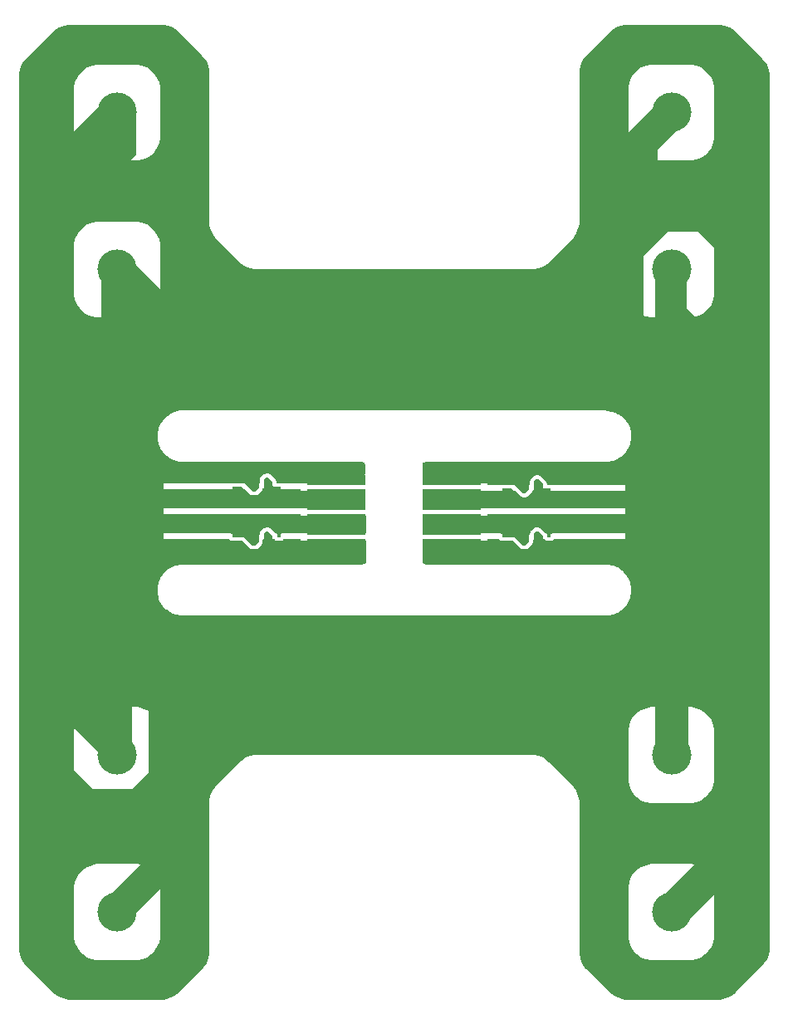
<source format=gtl>
G04*
G04 #@! TF.GenerationSoftware,Altium Limited,Altium Designer,20.2.6 (244)*
G04*
G04 Layer_Physical_Order=1*
G04 Layer_Color=255*
%FSLAX44Y44*%
%MOMM*%
G71*
G04*
G04 #@! TF.SameCoordinates,16E07C71-212E-40B3-9EE3-4B1C9690829F*
G04*
G04*
G04 #@! TF.FilePolarity,Positive*
G04*
G01*
G75*
%ADD10C,4.0000*%
%ADD12R,0.5000X0.5000*%
%ADD15R,6.0000X1.0000*%
G36*
X1091394Y1028524D02*
X1096016Y1026609D01*
X1100176Y1023829D01*
X1101945Y1022060D01*
X1101945Y1022060D01*
X1129586Y994420D01*
X1131355Y992651D01*
X1134135Y988491D01*
X1136049Y983868D01*
X1137026Y978961D01*
Y976459D01*
Y88541D01*
Y86039D01*
X1136049Y81132D01*
X1134135Y76509D01*
X1131355Y72349D01*
X1129586Y70580D01*
X1129586D01*
X1129586Y70580D01*
X1101945Y42940D01*
X1100176Y41171D01*
X1096016Y38391D01*
X1091394Y36476D01*
X1086486Y35500D01*
X989545D01*
X984638Y36476D01*
X980015Y38391D01*
X975855Y41171D01*
X974086Y42940D01*
X950215Y66811D01*
X948446Y68580D01*
X945666Y72740D01*
X943752Y77362D01*
X942776Y82269D01*
Y84771D01*
Y236229D01*
X942653Y238719D01*
X941682Y243602D01*
X939776Y248202D01*
X937010Y252343D01*
X935336Y254189D01*
X935336Y254189D01*
X911965Y277561D01*
X910118Y279234D01*
X905978Y282001D01*
X901378Y283906D01*
X896494Y284878D01*
X894005Y285000D01*
X614271D01*
X611781Y284878D01*
X606898Y283906D01*
X602298Y282001D01*
X598157Y279234D01*
X596311Y277561D01*
X596311Y277561D01*
Y277561D01*
X572939Y254189D01*
X571265Y252342D01*
X568499Y248202D01*
X566594Y243602D01*
X565622Y238719D01*
X565500Y236229D01*
Y84771D01*
Y82269D01*
X564524Y77362D01*
X562609Y72740D01*
X559829Y68580D01*
X558060Y66810D01*
X558060D01*
X558060Y66810D01*
X534189Y42940D01*
X532421Y41171D01*
X528260Y38391D01*
X523638Y36476D01*
X518731Y35500D01*
X421789D01*
X416882Y36476D01*
X412259Y38391D01*
X408099Y41171D01*
X406330Y42940D01*
X378689Y70580D01*
X376921Y72349D01*
X374141Y76509D01*
X372226Y81132D01*
X371250Y86039D01*
Y88541D01*
Y976459D01*
Y978961D01*
X372226Y983868D01*
X374141Y988491D01*
X376921Y992651D01*
X378689Y994420D01*
Y994420D01*
X406330Y1022060D01*
X408099Y1023829D01*
X412259Y1026609D01*
X416882Y1028524D01*
X421789Y1029500D01*
X518731D01*
X523638Y1028524D01*
X528260Y1026609D01*
X532421Y1023829D01*
X534189Y1022060D01*
X534189Y1022060D01*
X558060Y998189D01*
X559829Y996421D01*
X562609Y992260D01*
X564524Y987638D01*
X565500Y982731D01*
Y980229D01*
Y828771D01*
X565622Y826281D01*
X566594Y821398D01*
X568499Y816798D01*
X571265Y812657D01*
X572939Y810810D01*
X596311Y787439D01*
X598158Y785766D01*
X602298Y782999D01*
X606898Y781094D01*
X611781Y780122D01*
X614271Y780000D01*
X894005D01*
X896494Y780122D01*
X901378Y781094D01*
X905978Y782999D01*
X910118Y785766D01*
X911965Y787439D01*
X911965D01*
X935336Y810810D01*
X937010Y812657D01*
X939776Y816798D01*
X941682Y821398D01*
X942653Y826281D01*
X942776Y828771D01*
Y980229D01*
Y982731D01*
X943752Y987638D01*
X945666Y992260D01*
X948446Y996421D01*
X950215Y998189D01*
Y998189D01*
X974086Y1022060D01*
X975855Y1023829D01*
X980015Y1026609D01*
X984638Y1028524D01*
X989545Y1029500D01*
X1086486D01*
X1091394Y1028524D01*
D02*
G37*
%LPC*%
G36*
X1057352Y988650D02*
X1015598D01*
X1010691Y987674D01*
X1006069Y985759D01*
X1001908Y982979D01*
X998371Y979442D01*
X995591Y975281D01*
X993676Y970659D01*
X992700Y965752D01*
Y963250D01*
Y942501D01*
X992670Y942471D01*
X992670D01*
Y919920D01*
X1025250Y952500D01*
X1053169Y933807D01*
X1053293Y932543D01*
X1022750Y902000D01*
Y890858D01*
X1057352D01*
X1062259Y891834D01*
X1066881Y893749D01*
X1071041Y896528D01*
X1074579Y900066D01*
X1077359Y904227D01*
X1079274Y908849D01*
X1080250Y913756D01*
Y916258D01*
Y963250D01*
Y965752D01*
X1079274Y970659D01*
X1077359Y975281D01*
X1074579Y979442D01*
X1071041Y982979D01*
X1066881Y985759D01*
X1062259Y987674D01*
X1057352Y988650D01*
D02*
G37*
G36*
X492352D02*
X450598D01*
X445691Y987674D01*
X441069Y985759D01*
X436908Y982979D01*
X433371Y979442D01*
X430591Y975281D01*
X428676Y970659D01*
X427700Y965752D01*
Y963250D01*
Y942501D01*
X427670Y942471D01*
X427670D01*
Y920670D01*
X463000Y956000D01*
X491000Y940000D01*
Y897000D01*
X484858Y890858D01*
X492352D01*
X497259Y891834D01*
X501881Y893749D01*
X506041Y896528D01*
X509579Y900066D01*
X512359Y904227D01*
X514274Y908849D01*
X515250Y913756D01*
Y916258D01*
Y963250D01*
Y965752D01*
X514274Y970659D01*
X512359Y975281D01*
X509579Y979442D01*
X506041Y982979D01*
X501881Y985759D01*
X497259Y987674D01*
X492352Y988650D01*
D02*
G37*
G36*
Y828650D02*
X450598D01*
X445691Y827674D01*
X441069Y825759D01*
X436908Y822979D01*
X433371Y819442D01*
X430591Y815281D01*
X428676Y810659D01*
X427700Y805752D01*
Y803250D01*
Y782501D01*
X427670Y782471D01*
X427670D01*
Y756258D01*
Y753756D01*
X428646Y748849D01*
X430561Y744227D01*
X433340Y740066D01*
X436878Y736528D01*
X441038Y733749D01*
X445661Y731834D01*
X450568Y730858D01*
X455500D01*
Y788500D01*
X485000Y790500D01*
X515250Y760250D01*
Y803250D01*
Y805752D01*
X514274Y810659D01*
X512359Y815281D01*
X509579Y819442D01*
X506041Y822979D01*
X501881Y825759D01*
X497259Y827674D01*
X492352Y828650D01*
D02*
G37*
G36*
X1032426Y818273D02*
X1008061Y793908D01*
Y732911D01*
X1010661Y731834D01*
X1015568Y730858D01*
X1019853D01*
Y785644D01*
X1051374Y786792D01*
X1052289Y785910D01*
Y740362D01*
X1061056Y731595D01*
X1062259Y731834D01*
X1066881Y733749D01*
X1071041Y736528D01*
X1074579Y740066D01*
X1077359Y744227D01*
X1079274Y748849D01*
X1080250Y753756D01*
Y756258D01*
Y801866D01*
X1063843Y818273D01*
X1032426Y818273D01*
D02*
G37*
G36*
X538752Y636094D02*
X538751Y636094D01*
X538750Y636094D01*
X536800D01*
X536209Y635977D01*
X535606D01*
X531782Y635216D01*
X531225Y634985D01*
X530634Y634868D01*
X527031Y633375D01*
X526530Y633041D01*
X525973Y632810D01*
X525440Y632453D01*
D01*
X522730Y630643D01*
D01*
X522304Y630217D01*
X521803Y629882D01*
D01*
X520425Y628503D01*
X520424Y628503D01*
X519685Y627764D01*
Y627764D01*
X519685Y627764D01*
X519685Y627764D01*
X519685Y627764D01*
X518434Y626513D01*
X518099Y626012D01*
X517673Y625586D01*
X515708Y622644D01*
X515477Y622088D01*
X515142Y621586D01*
X513788Y618318D01*
X513671Y617727D01*
X513440Y617170D01*
X512750Y613700D01*
Y613098D01*
X512632Y612507D01*
Y607159D01*
X512750Y606568D01*
Y605966D01*
D01*
X513439Y602503D01*
X513669Y601946D01*
X513787Y601355D01*
X515138Y598093D01*
X515473Y597592D01*
X515703Y597035D01*
X517665Y594100D01*
X518091Y593674D01*
X518426Y593173D01*
X519674Y591924D01*
X519674Y591924D01*
X519674Y591924D01*
X521166Y590433D01*
X521667Y590098D01*
X522093Y589672D01*
X525601Y587328D01*
X526158Y587097D01*
X526659Y586762D01*
X530556Y585148D01*
X531147Y585030D01*
X531704Y584800D01*
X535842Y583977D01*
X536445D01*
X537036Y583859D01*
X719850D01*
X721148Y583795D01*
X723838Y583260D01*
X724113Y583147D01*
Y565735D01*
X720258Y561880D01*
X658976D01*
Y561879D01*
X639453D01*
X639426Y561897D01*
X639426Y561897D01*
X639425Y561897D01*
X638641Y562053D01*
X637865Y562208D01*
X637864D01*
Y562130D01*
X635365Y562130D01*
X635287Y562208D01*
X634193Y562208D01*
Y563131D01*
X634116Y563518D01*
X633882Y564691D01*
X633882Y564691D01*
Y564691D01*
X633438Y565357D01*
X632999Y566015D01*
X628500Y570513D01*
X628500Y570513D01*
X628500Y570513D01*
X628500Y570513D01*
X627937Y570889D01*
X627177Y571397D01*
X627177Y571397D01*
X627177Y571397D01*
X626272Y571577D01*
X625616Y571708D01*
X625616D01*
X625616Y571708D01*
X625616Y571708D01*
X622865Y571708D01*
X622865Y571708D01*
X622865Y571708D01*
X622064Y571549D01*
X621304Y571398D01*
X621304Y571398D01*
X621304Y571398D01*
X620639Y570954D01*
X619981Y570514D01*
X619981Y570514D01*
X619981Y570514D01*
X618231Y568764D01*
X617830Y568163D01*
X617348Y567442D01*
X617347Y567441D01*
X617347Y567441D01*
X617176Y566578D01*
X617037Y565881D01*
Y565881D01*
X617037Y565880D01*
X617037Y565880D01*
X617036Y561879D01*
X615865D01*
X615865Y557380D01*
X612114Y553630D01*
X609866Y553630D01*
X601614Y561879D01*
X599953D01*
X599925Y561898D01*
X599924Y561898D01*
X599924Y561898D01*
X598983Y562086D01*
X598758Y562130D01*
X588865Y562130D01*
Y562209D01*
X588244Y562085D01*
X587304Y561899D01*
X587304Y561899D01*
X587304D01*
X587275Y561879D01*
X518750D01*
Y555762D01*
X587275D01*
X587866Y555879D01*
X588468Y555879D01*
X588532Y555905D01*
X588865Y555972D01*
X588865Y558131D01*
X598364Y558130D01*
X600733Y555762D01*
X601965D01*
X606981Y550747D01*
X606981Y550747D01*
X606981Y550747D01*
X606983Y550746D01*
X607622Y550319D01*
X608304Y549863D01*
X608305Y549863D01*
X608306Y549862D01*
X609110Y549702D01*
X609865Y549552D01*
X609867D01*
X609867Y549552D01*
X609867Y549552D01*
X612113Y549551D01*
X612114Y549551D01*
X612114Y549551D01*
X612913Y549710D01*
X613674Y549861D01*
X613675Y549862D01*
X613675Y549862D01*
X614322Y550294D01*
X614997Y550745D01*
X614998Y550745D01*
X614998Y550746D01*
X618749Y554496D01*
X618749Y554496D01*
X618749Y554496D01*
X619238Y555228D01*
X619633Y555820D01*
X619633Y555820D01*
X619633Y555820D01*
X619725Y556281D01*
X619766Y556487D01*
X620394Y556907D01*
X621114Y557388D01*
X621115Y565880D01*
X622865Y567630D01*
X625616Y567630D01*
X630115Y563131D01*
X630115Y559379D01*
X631365Y558130D01*
X637865Y558129D01*
X637865Y555970D01*
X638199Y555904D01*
X638258Y555879D01*
X638376Y555879D01*
X638420Y555863D01*
X638420Y555863D01*
X638872Y555877D01*
X639453Y555762D01*
X658976D01*
Y553900D01*
X724885D01*
Y536480D01*
X658981D01*
X658976Y536481D01*
X518750D01*
Y530364D01*
X658976D01*
Y528500D01*
X725071D01*
Y511080D01*
X659301D01*
X658976Y511145D01*
X641290D01*
X640699Y511027D01*
X640097Y511027D01*
X639540Y510797D01*
X638949Y510679D01*
X638448Y510345D01*
X637892Y510114D01*
X637864Y510087D01*
X637864Y507100D01*
X635365Y507100D01*
X634865Y507601D01*
X634865Y509850D01*
X634016Y510699D01*
X633526Y510796D01*
X632973Y511026D01*
X632957Y511026D01*
X628500Y515483D01*
X628500Y515483D01*
X628500Y515483D01*
X628500Y515483D01*
X627937Y515859D01*
X627177Y516367D01*
X627177Y516367D01*
X627177Y516367D01*
X626272Y516547D01*
X625616Y516678D01*
X625616D01*
X625616Y516678D01*
X625616Y516678D01*
X622865Y516678D01*
X622865Y516678D01*
X622865Y516678D01*
X622064Y516519D01*
X621304Y516368D01*
X621304Y516368D01*
X621304Y516368D01*
X620639Y515924D01*
X619981Y515484D01*
X619981Y515484D01*
X619981Y515484D01*
X618231Y513734D01*
X617830Y513133D01*
X617348Y512412D01*
X617347Y512411D01*
X617347Y512411D01*
X617176Y511549D01*
X617037Y510851D01*
Y510850D01*
X617037Y510850D01*
X617037Y510850D01*
X617037Y509701D01*
X616516Y509353D01*
X616516Y509353D01*
X616516Y509353D01*
X615865Y508702D01*
X615865Y502350D01*
X612114Y498600D01*
X609866Y498600D01*
X601363Y507100D01*
X588865Y507100D01*
Y510087D01*
X588838Y510114D01*
X588281Y510344D01*
X587780Y510679D01*
X587189Y510797D01*
X586632Y511027D01*
X586030D01*
X585439Y511145D01*
X518750D01*
Y505027D01*
X585439D01*
X585981Y504216D01*
X585981Y504216D01*
X585981Y504216D01*
X586507Y503864D01*
X587304Y503332D01*
X587304Y503332D01*
X587304Y503332D01*
X588865Y503022D01*
X588865Y503022D01*
X588865Y503022D01*
Y503101D01*
X598364Y503100D01*
X598442Y503022D01*
X599674Y503022D01*
X606981Y495718D01*
X606981Y495717D01*
X606981Y495717D01*
X606983Y495716D01*
X607622Y495289D01*
X608304Y494833D01*
X608305Y494833D01*
X608306Y494832D01*
X609110Y494672D01*
X609865Y494522D01*
X609867D01*
X609867Y494522D01*
X609867Y494522D01*
X612113Y494521D01*
X612114Y494521D01*
X612114Y494521D01*
X612913Y494680D01*
X613674Y494831D01*
X613675Y494832D01*
X613675Y494832D01*
X614322Y495264D01*
X614997Y495715D01*
X614998Y495715D01*
X614998Y495716D01*
X618749Y499466D01*
X618749Y499466D01*
X618749Y499467D01*
X619189Y500125D01*
X619633Y500789D01*
X619633Y500790D01*
X619633Y500790D01*
X619731Y501280D01*
X619943Y502350D01*
X619943Y502350D01*
X619943Y504129D01*
X620841Y505027D01*
X621114D01*
X621115Y510850D01*
X622865Y512600D01*
X625616Y512599D01*
X630115Y508101D01*
X630115Y505027D01*
X631773D01*
X631978Y504720D01*
X631981Y504717D01*
X631981Y504717D01*
X631981Y504717D01*
X632478Y504219D01*
X632480Y504218D01*
X632481Y504216D01*
X633141Y503775D01*
X633800Y503333D01*
X633802Y503333D01*
X633804Y503332D01*
X634574Y503179D01*
X634970Y503100D01*
X637865Y503099D01*
Y503022D01*
X638697Y503187D01*
X639424Y503332D01*
X639425Y503332D01*
X639425Y503332D01*
X640128Y503802D01*
X640748Y504216D01*
X640748Y504216D01*
X640748Y504216D01*
X641162Y504836D01*
X641290Y505027D01*
X658976D01*
Y503100D01*
X725263D01*
Y480398D01*
X723821Y479801D01*
X720752Y479191D01*
X719261Y479118D01*
X536786D01*
X536195Y479000D01*
X535592D01*
X531739Y478233D01*
X531182Y478003D01*
X530591Y477885D01*
X526961Y476382D01*
X526460Y476047D01*
X525904Y475817D01*
X522637Y473634D01*
X522211Y473208D01*
X521710Y472873D01*
X520321Y471484D01*
X519725Y470888D01*
X519725Y470888D01*
X518465Y469628D01*
X518130Y469127D01*
X517904Y468901D01*
X517704Y468701D01*
X515723Y465736D01*
X515493Y465180D01*
X515158Y464679D01*
X513794Y461385D01*
X513676Y460794D01*
X513542Y460471D01*
X513446Y460237D01*
X512750Y456741D01*
Y456138D01*
X512632Y455547D01*
Y450142D01*
X512750Y449551D01*
Y448948D01*
X513401Y445677D01*
X513631Y445120D01*
X513749Y444529D01*
X515025Y441447D01*
X515360Y440946D01*
X515468Y440685D01*
X515591Y440389D01*
X517444Y437616D01*
X517870Y437190D01*
X518205Y436689D01*
X521009Y433884D01*
X521511Y433549D01*
X521936Y433123D01*
X525759Y430569D01*
X526315Y430339D01*
X526816Y430004D01*
X531063Y428245D01*
X531654Y428127D01*
X532211Y427897D01*
D01*
X536720Y427000D01*
X537322D01*
X537913Y426883D01*
X971568D01*
X972159Y427000D01*
X972762D01*
X976581Y427760D01*
X977138Y427990D01*
X977729Y428108D01*
X981326Y429598D01*
X981827Y429933D01*
X982384Y430163D01*
X985621Y432327D01*
X986048Y432753D01*
X986548Y433087D01*
X987925Y434464D01*
X987925Y434465D01*
X987926Y434465D01*
X987994Y434533D01*
X987994Y434533D01*
X989387Y435925D01*
X989721Y436427D01*
X990147Y436852D01*
X992336Y440128D01*
X992567Y440685D01*
X992901Y441186D01*
X994409Y444825D01*
X994526Y445416D01*
X994757Y445973D01*
X995526Y449837D01*
Y450439D01*
X995643Y451030D01*
Y454484D01*
Y454932D01*
X995526Y455523D01*
Y456125D01*
X994772Y459914D01*
X994541Y460471D01*
X994424Y461062D01*
X992945Y464631D01*
X992610Y465132D01*
X992380Y465689D01*
X990234Y468901D01*
X989808Y469327D01*
X989526Y469749D01*
D01*
X989473Y469828D01*
X988107Y471194D01*
X987606Y471695D01*
X987606Y471695D01*
X987606Y471695D01*
X986267Y473034D01*
X985766Y473368D01*
X985340Y473795D01*
X982191Y475899D01*
X981635Y476129D01*
X981134Y476464D01*
X977635Y477913D01*
X977044Y478031D01*
X976487Y478261D01*
X972773Y479000D01*
X972170D01*
X971580Y479118D01*
X788426D01*
X787127Y479181D01*
X784436Y479717D01*
X783136Y480255D01*
Y503100D01*
X848750D01*
Y504859D01*
X861165D01*
X861559Y504269D01*
X861559Y504269D01*
X861559Y504269D01*
X862086Y503917D01*
X862882Y503385D01*
X862882Y503385D01*
X862883Y503385D01*
X864443Y503074D01*
X864443Y503074D01*
X864443Y503074D01*
Y503153D01*
X873942Y503153D01*
X874020Y503075D01*
X875253Y503075D01*
X882560Y495770D01*
X882560Y495770D01*
X882560Y495770D01*
X882561Y495769D01*
X883200Y495342D01*
X883883Y494886D01*
X883884Y494885D01*
X883884Y494885D01*
X884689Y494725D01*
X885443Y494575D01*
X885445D01*
X885445Y494575D01*
X885445Y494575D01*
X887691Y494574D01*
X887692Y494574D01*
X887693Y494574D01*
X888491Y494733D01*
X889252Y494884D01*
X889253Y494884D01*
X889254Y494884D01*
X889900Y495316D01*
X890576Y495768D01*
X890576Y495768D01*
X890577Y495769D01*
X894327Y499519D01*
X894327Y499519D01*
X894327Y499519D01*
X894816Y500251D01*
X895211Y500842D01*
X895211Y500842D01*
X895211Y500842D01*
X895309Y501333D01*
X895522Y502403D01*
X895522Y502403D01*
X895522Y503961D01*
X896420Y504859D01*
X896693D01*
X896694Y510903D01*
X898443Y512653D01*
X901194Y512652D01*
X905693Y508153D01*
X905693Y504859D01*
X907499D01*
X907556Y504773D01*
X907559Y504770D01*
X907559Y504770D01*
X907559Y504770D01*
X908056Y504272D01*
X908058Y504270D01*
X908060Y504268D01*
X908720Y503827D01*
X909379Y503386D01*
X909381Y503386D01*
X909383Y503384D01*
X910152Y503232D01*
X910548Y503152D01*
X913443Y503152D01*
Y503074D01*
X914275Y503240D01*
X915003Y503385D01*
X915003Y503385D01*
X915003Y503385D01*
X915707Y503855D01*
X916326Y504269D01*
X916326Y504269D01*
X916326Y504269D01*
X916721Y504859D01*
X989526D01*
Y510977D01*
X916721D01*
X916129Y510859D01*
X915527Y510859D01*
X914970Y510629D01*
X914380Y510511D01*
X913878Y510176D01*
X913443Y509996D01*
X913442Y507153D01*
X910943Y507152D01*
X910443Y507654D01*
X910443Y509903D01*
X909834Y510512D01*
X909252Y510628D01*
X908698Y510858D01*
X908697D01*
X908577Y511037D01*
X904078Y515536D01*
X904078Y515536D01*
X904078Y515536D01*
X904078Y515536D01*
X903515Y515912D01*
X902755Y516420D01*
X902755Y516420D01*
X902755Y516420D01*
X901850Y516600D01*
X901195Y516730D01*
X901194D01*
X901194Y516731D01*
X901194Y516730D01*
X898443Y516731D01*
X898443Y516731D01*
X898443Y516731D01*
X897642Y516572D01*
X896883Y516421D01*
X896882Y516420D01*
X896882Y516420D01*
X896218Y515976D01*
X895559Y515537D01*
X895559Y515536D01*
X895559Y515536D01*
X893810Y513787D01*
X893384Y513149D01*
X892926Y512464D01*
X892926Y512464D01*
X892926Y512464D01*
X892751Y511584D01*
X892615Y510904D01*
Y510903D01*
X892615Y510903D01*
X892615Y510903D01*
X892615Y509533D01*
X892526Y509474D01*
X891443D01*
X891443Y502403D01*
X887693Y498652D01*
X885444Y498653D01*
X876941Y507153D01*
X864443Y507153D01*
Y509996D01*
X864007Y510176D01*
X863506Y510511D01*
X862915Y510629D01*
X862358Y510859D01*
X861756Y510859D01*
X861165Y510977D01*
X848750D01*
Y511080D01*
X783047D01*
Y528500D01*
X848750D01*
Y530408D01*
X989526D01*
Y536526D01*
X848750D01*
X848521Y536480D01*
X782765D01*
Y553900D01*
X848750D01*
Y554056D01*
X848750Y554056D01*
X862853D01*
X863444Y554173D01*
X864046Y554173D01*
X864110Y554199D01*
X864443Y554266D01*
X864443Y556425D01*
X873942Y556424D01*
X876311Y554056D01*
X877544D01*
X882560Y549041D01*
X882560Y549041D01*
X882560Y549041D01*
X882561Y549040D01*
X883200Y548613D01*
X883883Y548157D01*
X883884Y548157D01*
X883884Y548156D01*
X884689Y547996D01*
X885443Y547846D01*
X885445D01*
X885445Y547846D01*
X885445Y547846D01*
X887691Y547845D01*
X887692Y547845D01*
X887693Y547845D01*
X888491Y548004D01*
X889252Y548155D01*
X889253Y548156D01*
X889253Y548156D01*
X889900Y548588D01*
X890576Y549039D01*
X890576Y549039D01*
X890577Y549040D01*
X894327Y552790D01*
X894327Y552790D01*
X894327Y552790D01*
X894767Y553449D01*
X895211Y554114D01*
X895211Y554114D01*
X895211Y554114D01*
X895344Y554781D01*
X895953Y555187D01*
X896692Y555681D01*
X896694Y564174D01*
X898443Y565924D01*
X901194Y565924D01*
X905693Y561425D01*
X905693Y557673D01*
X906943Y556424D01*
X913443Y556423D01*
X913443Y554264D01*
X913777Y554198D01*
X913836Y554173D01*
X913955Y554173D01*
X913998Y554157D01*
X913998Y554157D01*
X914451Y554171D01*
X915031Y554056D01*
X989526D01*
Y560173D01*
X915031D01*
X915004Y560191D01*
X915004Y560191D01*
X915004Y560191D01*
X914219Y560347D01*
X913443Y560502D01*
X913442D01*
Y560424D01*
X910943Y560424D01*
X910865Y560502D01*
X909771Y560502D01*
Y561425D01*
X909461Y562985D01*
X908577Y564309D01*
X904078Y568807D01*
X904078Y568807D01*
X904078Y568807D01*
X904078Y568807D01*
X903515Y569183D01*
X902755Y569691D01*
X902755Y569691D01*
X902755Y569691D01*
X901850Y569871D01*
X901195Y570002D01*
X901194D01*
X901194Y570002D01*
X901194Y570002D01*
X898443Y570002D01*
X898443Y570002D01*
X898443Y570002D01*
X897642Y569843D01*
X896883Y569692D01*
X896882Y569692D01*
X896882Y569692D01*
X896218Y569248D01*
X895559Y568808D01*
X895559Y568808D01*
X895559Y568808D01*
X893810Y567058D01*
X893408Y566457D01*
X892926Y565736D01*
X892926Y565735D01*
X892926Y565735D01*
X892754Y564873D01*
X892615Y564175D01*
Y564174D01*
X892615Y564174D01*
X892615Y564174D01*
X892615Y560173D01*
X891443D01*
X891443Y555674D01*
X887693Y551924D01*
X885444Y551924D01*
X877193Y560173D01*
X875531D01*
X875503Y560192D01*
X875503Y560192D01*
X875502Y560192D01*
X874561Y560380D01*
X874336Y560424D01*
X864443Y560424D01*
Y560503D01*
X863822Y560379D01*
X862883Y560193D01*
X862882Y560193D01*
X862882D01*
X862853Y560173D01*
X848750D01*
Y561880D01*
X782962D01*
Y582666D01*
X784290Y583215D01*
X787180Y583790D01*
X788579Y583859D01*
X971503D01*
X972094Y583977D01*
X972697D01*
X976505Y584734D01*
X977062Y584965D01*
X977653Y585082D01*
X981240Y586568D01*
X981741Y586903D01*
X982298Y587133D01*
X985526Y589291D01*
X985952Y589717D01*
X986453Y590051D01*
X987825Y591424D01*
X988052Y591651D01*
X988052Y591651D01*
X988052Y591651D01*
X989431Y593030D01*
X989527Y593173D01*
X989766Y593531D01*
X990192Y593957D01*
X992359Y597200D01*
X992589Y597756D01*
X992924Y598257D01*
X994417Y601860D01*
X994534Y602451D01*
X994765Y603008D01*
X995526Y606833D01*
Y607436D01*
X995643Y608027D01*
Y613344D01*
X995526Y613935D01*
D01*
Y614538D01*
X994948Y617444D01*
X994717Y618001D01*
X994599Y618592D01*
X993465Y621329D01*
X993131Y621830D01*
D01*
X992900Y622387D01*
X991254Y624851D01*
X990828Y625277D01*
X990493Y625778D01*
X989445Y626826D01*
X989445Y626826D01*
X987688Y628583D01*
X987187Y628918D01*
X986761Y629344D01*
X982628Y632105D01*
X982072Y632336D01*
X981571Y632670D01*
X976979Y634572D01*
D01*
X976388Y634690D01*
X975831Y634921D01*
X970956Y635890D01*
X970354D01*
X969763Y636008D01*
X754140D01*
X538752Y636094D01*
D02*
G37*
G36*
X1057352Y333650D02*
X1054316D01*
X1054316Y283747D01*
X1045721Y275152D01*
X1033799D01*
X1020250Y284250D01*
Y333650D01*
X1015598D01*
X1010691Y332674D01*
X1006069Y330759D01*
X1001908Y327979D01*
X998371Y324441D01*
X995591Y320281D01*
X993676Y315659D01*
X992700Y310752D01*
Y308250D01*
Y287501D01*
X992670Y287471D01*
X992670D01*
Y261258D01*
Y258756D01*
X993646Y253849D01*
X995561Y249226D01*
X998340Y245066D01*
X1001878Y241528D01*
X1006038Y238749D01*
X1010661Y236834D01*
X1015568Y235858D01*
X1057352D01*
X1062259Y236834D01*
X1066881Y238749D01*
X1071041Y241528D01*
X1074579Y245066D01*
X1077359Y249226D01*
X1079274Y253849D01*
X1080250Y258756D01*
Y261258D01*
Y308250D01*
Y310752D01*
X1079274Y315659D01*
X1077359Y320281D01*
X1074579Y324441D01*
X1071041Y327979D01*
X1066881Y330759D01*
X1062259Y332674D01*
X1057352Y333650D01*
D02*
G37*
G36*
X492352D02*
X487043D01*
Y276020D01*
X471638Y268396D01*
X427962Y312072D01*
X427700Y310752D01*
Y308250D01*
Y287501D01*
X427670Y287471D01*
X427670D01*
Y269080D01*
X446707Y250043D01*
X487043D01*
X503500Y266500D01*
Y329678D01*
X501881Y330759D01*
X497259Y332674D01*
X492352Y333650D01*
D02*
G37*
G36*
X1057352Y173650D02*
X1015598D01*
X1010691Y172674D01*
X1006069Y170759D01*
X1001908Y167979D01*
X998371Y164442D01*
X995591Y160281D01*
X993676Y155659D01*
X992700Y150752D01*
Y148250D01*
Y127501D01*
X992670Y127471D01*
X992670D01*
Y101258D01*
Y98756D01*
X993646Y93849D01*
X995561Y89227D01*
X998340Y85066D01*
X1001878Y81529D01*
X1006038Y78749D01*
X1010661Y76834D01*
X1015568Y75858D01*
X1057352D01*
X1062259Y76834D01*
X1066881Y78749D01*
X1071041Y81529D01*
X1074579Y85066D01*
X1077359Y89227D01*
X1079274Y93849D01*
X1080250Y98756D01*
Y101258D01*
Y142500D01*
X1046000Y108250D01*
X1036500Y117750D01*
X1026500D01*
X1020250Y125000D01*
Y133250D01*
X1060103Y173103D01*
X1057352Y173650D01*
D02*
G37*
G36*
X492352D02*
X450598D01*
X445691Y172674D01*
X441069Y170759D01*
X436908Y167979D01*
X433371Y164442D01*
X430591Y160281D01*
X428676Y155659D01*
X427700Y150752D01*
Y148250D01*
Y127501D01*
X427670Y127471D01*
X427670D01*
Y101258D01*
Y98756D01*
X428646Y93849D01*
X430561Y89227D01*
X433340Y85066D01*
X436878Y81529D01*
X441038Y78749D01*
X445661Y76834D01*
X450568Y75858D01*
X492352D01*
X497259Y76834D01*
X501881Y78749D01*
X506041Y81529D01*
X509579Y85066D01*
X512359Y89227D01*
X514274Y93849D01*
X515250Y98756D01*
Y101258D01*
Y148250D01*
Y149000D01*
X476250Y110000D01*
X454640Y131367D01*
X454637Y132637D01*
X495103Y173103D01*
X492352Y173650D01*
D02*
G37*
%LPD*%
D10*
X471638Y125000D02*
D03*
Y285000D02*
D03*
Y780000D02*
D03*
Y940000D02*
D03*
X1036638Y125000D02*
D03*
Y285000D02*
D03*
Y780000D02*
D03*
Y940000D02*
D03*
D12*
X595865Y550880D02*
D03*
Y569130D02*
D03*
Y495850D02*
D03*
Y514100D02*
D03*
X871443Y495903D02*
D03*
Y514153D02*
D03*
X871443Y549174D02*
D03*
Y567424D02*
D03*
D15*
X812750Y539500D02*
D03*
Y550880D02*
D03*
X812750Y576280D02*
D03*
Y564900D02*
D03*
Y514100D02*
D03*
Y525480D02*
D03*
X812750Y500080D02*
D03*
Y488700D02*
D03*
X694976Y525480D02*
D03*
Y514100D02*
D03*
X694976Y488700D02*
D03*
Y500080D02*
D03*
Y550880D02*
D03*
Y539500D02*
D03*
X694976Y564900D02*
D03*
Y576280D02*
D03*
M02*

</source>
